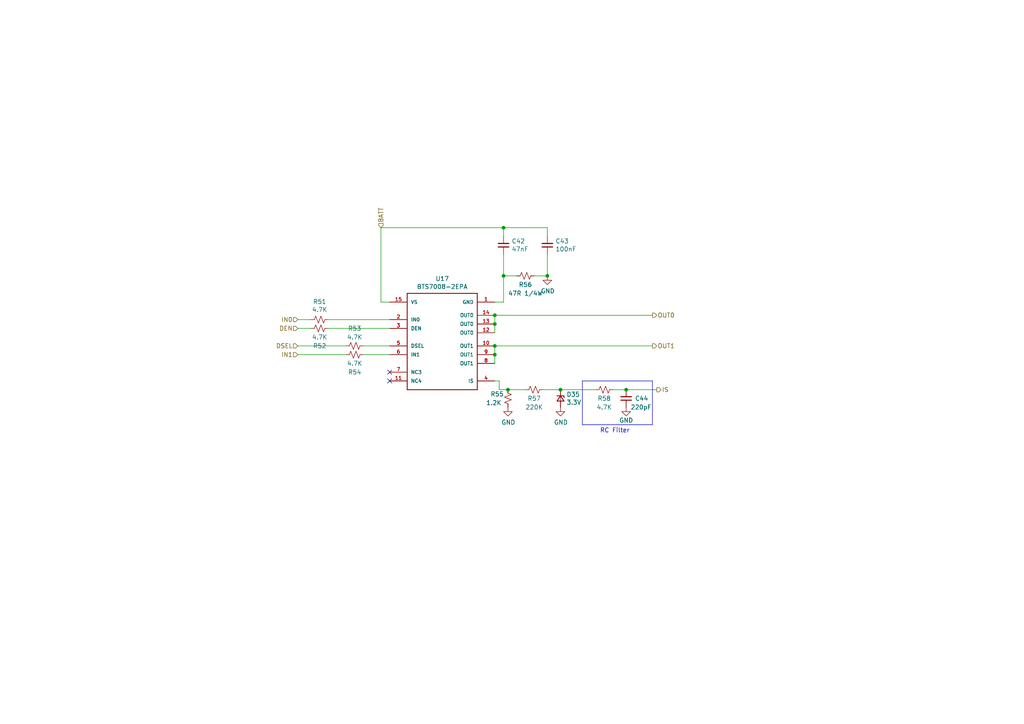
<source format=kicad_sch>
(kicad_sch (version 20230121) (generator eeschema)
  (paper "A4")
  (lib_symbols
    (symbol "Device:C_Small" (pin_numbers hide) (pin_names (offset 0.254) hide)
      (property "Reference" "C" (at 0.254 1.778 0))
      (property "Value" "C_Small" (at 0.254 -2.032 0))
      (symbol "C_Small_0_1"
        (polyline (pts (xy -1.524 -0.508) (xy 1.524 -0.508)) (stroke (width 0.3302)))
        (polyline (pts (xy -1.524 0.508) (xy 1.524 0.508)) (stroke (width 0.3048)))
      )
      (symbol "C_Small_1_1"
        (pin passive line (at 0 2.54 270) (length 2.032) (name "~") (number "1"))
        (pin passive line (at 0 -2.54 90) (length 2.032) (name "~") (number "2"))
      )
    )
    (symbol "Device:D_Zener_Small" (pin_numbers hide) (pin_names (offset 0.254) hide)
      (property "Reference" "D" (at 0 2.286 0))
      (property "Value" "D_Zener_Small" (at 0 -2.286 0))
      (symbol "D_Zener_Small_0_1"
        (polyline (pts (xy 0.762 0) (xy -0.762 0)))
        (polyline (pts (xy -0.254 1.016) (xy -0.762 1.016) (xy -0.762 -1.016)) (stroke (width 0.254)))
        (polyline (pts (xy 0.762 1.016) (xy -0.762 0) (xy 0.762 -1.016) (xy 0.762 1.016)) (stroke (width 0.254)))
      )
      (symbol "D_Zener_Small_1_1"
        (pin passive line (at -2.54 0 0) (length 1.778) (name "K") (number "1"))
        (pin passive line (at 2.54 0 180) (length 1.778) (name "A") (number "2"))
      )
    )
    (symbol "Device:R_Small_US" (pin_numbers hide) (pin_names (offset 0.254) hide)
      (property "Reference" "R" (at 0.762 0.508 0))
      (property "Value" "R_Small_US" (at 0.762 -1.016 0))
      (symbol "R_Small_US_1_1"
        (polyline (pts (xy 0 0) (xy 1.016 -0.381) (xy 0 -0.762) (xy -1.016 -1.143) (xy 0 -1.524)))
        (polyline (pts (xy 0 1.524) (xy 1.016 1.143) (xy 0 0.762) (xy -1.016 0.381) (xy 0 0)))
        (pin passive line (at 0 2.54 270) (length 1.016) (name "~") (number "1"))
        (pin passive line (at 0 -2.54 90) (length 1.016) (name "~") (number "2"))
      )
    )
    (symbol "Profet:BTS7008-2EPA" (pin_names (offset 1.016))
      (property "Reference" "U?" (at 0 0 0))
      (property "Value" "Profet_BTS7008-2EPA" (at 0 -32.0294 0))
      (symbol "BTS7008-2EPA_0_0"
        (polyline (pts (xy 0 -27.94) (xy 0 0)) (stroke (width 0.254)))
        (polyline (pts (xy 0 -27.94) (xy 20.32 -27.94)) (stroke (width 0.254)))
        (polyline (pts (xy 0 0) (xy 20.32 0)) (stroke (width 0.254)))
        (polyline (pts (xy 20.32 0) (xy 20.32 -27.94)) (stroke (width 0.254)))
        (pin power_in line (at 25.4 -2.54 180) (length 5.08) (name "GND") (number "1"))
        (pin output line (at 25.4 -15.24 180) (length 5.08) (name "OUT1") (number "10"))
        (pin passive line (at -5.08 -25.4 0) (length 5.08) (name "NC4") (number "11"))
        (pin output line (at 25.4 -11.43 180) (length 5.08) (name "OUT0") (number "12"))
        (pin output line (at 25.4 -8.89 180) (length 5.08) (name "OUT0") (number "13"))
        (pin output line (at 25.4 -6.35 180) (length 5.08) (name "OUT0") (number "14"))
        (pin power_in line (at -5.08 -2.54 0) (length 5.08) (name "VS") (number "15"))
        (pin input line (at -5.08 -7.62 0) (length 5.08) (name "IN0") (number "2"))
        (pin input line (at -5.08 -10.16 0) (length 5.08) (name "DEN") (number "3"))
        (pin output line (at 25.4 -25.4 180) (length 5.08) (name "IS") (number "4"))
        (pin input line (at -5.08 -15.24 0) (length 5.08) (name "DSEL") (number "5"))
        (pin input line (at -5.08 -17.78 0) (length 5.08) (name "IN1") (number "6"))
        (pin passive line (at -5.08 -22.86 0) (length 5.08) (name "NC3") (number "7"))
        (pin output line (at 25.4 -20.32 180) (length 5.08) (name "OUT1") (number "8"))
        (pin output line (at 25.4 -17.78 180) (length 5.08) (name "OUT1") (number "9"))
      )
    )
    (symbol "power:GND" (power) (pin_names (offset 0))
      (property "Value" "GND" (at 0 -3.81 0))
      (symbol "GND_0_1"
        (polyline (pts (xy 0 0) (xy 0 -1.27) (xy 1.27 -1.27) (xy 0 -2.54) (xy -1.27 -1.27) (xy 0 -1.27)))
      )
      (symbol "GND_1_1"
        (pin power_in line (at 0 0 270) (length 0) hide (name "GND") (number "1"))
      )
    )
  )
  (junction (at 181.61 113.03))
  (junction (at 162.56 113.03))
  (junction (at 143.51 91.44))
  (junction (at 143.51 93.98))
  (junction (at 146.05 80.01))
  (junction (at 147.32 113.03))
  (junction (at 146.05 66.04))
  (junction (at 158.75 80.01))
  (junction (at 143.51 102.87))
  (junction (at 143.51 100.33))
  (no_connect (at 113.03 107.95))
  (no_connect (at 113.03 110.49))
  (wire (pts (xy 146.05 87.63) (xy 146.05 80.01)))
  (polyline (pts (xy 189.23 123.19) (xy 168.91 123.19)))
  (wire (pts (xy 162.56 113.03) (xy 172.72 113.03)))
  (polyline (pts (xy 168.91 123.19) (xy 168.91 110.49)))
  (wire (pts (xy 154.94 80.01) (xy 158.75 80.01)))
  (wire (pts (xy 146.05 66.04) (xy 158.75 66.04)))
  (wire (pts (xy 113.03 100.33) (xy 105.41 100.33)))
  (wire (pts (xy 146.05 66.04) (xy 110.49 66.04)))
  (polyline (pts (xy 168.91 110.49) (xy 189.23 110.49)))
  (wire (pts (xy 181.61 113.03) (xy 190.5 113.03)))
  (wire (pts (xy 113.03 95.25) (xy 95.25 95.25)))
  (wire (pts (xy 110.49 87.63) (xy 113.03 87.63)))
  (wire (pts (xy 143.51 110.49) (xy 144.78 110.49)))
  (wire (pts (xy 143.51 87.63) (xy 146.05 87.63)))
  (wire (pts (xy 113.03 92.71) (xy 95.25 92.71)))
  (wire (pts (xy 143.51 100.33) (xy 143.51 102.87)))
  (wire (pts (xy 146.05 73.66) (xy 146.05 80.01)))
  (wire (pts (xy 146.05 80.01) (xy 149.86 80.01)))
  (wire (pts (xy 86.36 100.33) (xy 100.33 100.33)))
  (wire (pts (xy 86.36 92.71) (xy 90.17 92.71)))
  (wire (pts (xy 143.51 91.44) (xy 143.51 93.98)))
  (wire (pts (xy 189.23 100.33) (xy 143.51 100.33)))
  (wire (pts (xy 86.36 95.25) (xy 90.17 95.25)))
  (wire (pts (xy 147.32 113.03) (xy 152.4 113.03)))
  (wire (pts (xy 158.75 80.01) (xy 158.75 73.66)))
  (wire (pts (xy 144.78 110.49) (xy 144.78 113.03)))
  (polyline (pts (xy 189.23 110.49) (xy 189.23 123.19)))
  (wire (pts (xy 144.78 113.03) (xy 147.32 113.03)))
  (wire (pts (xy 110.49 66.04) (xy 110.49 87.63)))
  (wire (pts (xy 157.48 113.03) (xy 162.56 113.03)))
  (wire (pts (xy 86.36 102.87) (xy 100.33 102.87)))
  (wire (pts (xy 177.8 113.03) (xy 181.61 113.03)))
  (wire (pts (xy 143.51 93.98) (xy 143.51 96.52)))
  (wire (pts (xy 105.41 102.87) (xy 113.03 102.87)))
  (wire (pts (xy 189.23 91.44) (xy 143.51 91.44)))
  (wire (pts (xy 146.05 68.58) (xy 146.05 66.04)))
  (wire (pts (xy 143.51 102.87) (xy 143.51 105.41)))
  (wire (pts (xy 158.75 66.04) (xy 158.75 68.58)))
  (text "RC Filter" (at 173.99 125.73 0) (effects (font (size 1.27 1.27)) (justify left bottom)))
  (hierarchical_label "IN1" (shape input) (at 86.36 102.87 180))
  (hierarchical_label "OUT1" (shape output) (at 189.23 100.33 0))
  (hierarchical_label "DEN" (shape input) (at 86.36 95.25 180))
  (hierarchical_label "IN0" (shape input) (at 86.36 92.71 180))
  (hierarchical_label "OUT0" (shape output) (at 189.23 91.44 0))
  (hierarchical_label "BATT" (shape input) (at 110.49 66.04 90))
  (hierarchical_label "IS" (shape output) (at 190.5 113.03 0))
  (hierarchical_label "DSEL" (shape input) (at 86.36 100.33 180))
  (symbol (lib_id "Profet:BTS7008-2EPA") (at 118.11 85.09 0) (unit 1)
    (property "Reference" "U17" (at 128.27 80.8482 0))
    (property "Value" "BTS7008-2EPA" (at 128.27 83.1596 0))
    (property "Footprint" "Profet:TDSO-14" (effects hide))
    (property "Digi-Key_PN" "BTS70082EPAXUMA1CT-ND" (effects hide))
    (instances (project "DingoPDM" (path "" (reference "U17") (unit 1)) (path "" (reference "U22") (unit 1)) (path "" (reference "U23") (unit 1)) (path "" (reference "U24") (unit 1))))
  )
  (symbol (lib_id "Device:R_Small_US") (at 92.71 92.71 270) (unit 1)
    (property "Reference" "R51" (at 92.71 87.503 90))
    (property "Value" "4.7K" (at 92.71 89.8144 90))
    (property "Footprint" "Resistor_SMD:R_0805_2012Metric" (effects hide))
    (property "Digi-Key_PN" "311-4.70KCRCT-ND" (effects hide))
    (instances (project "DingoPDM" (path "" (reference "R51") (unit 1)) (path "" (reference "R83") (unit 1)) (path "" (reference "R91") (unit 1)) (path "" (reference "R99") (unit 1))))
  )
  (symbol (lib_id "Device:R_Small_US") (at 92.71 95.25 270) (unit 1)
    (property "Reference" "R52" (at 92.71 100.33 90))
    (property "Value" "4.7K" (at 92.71 97.79 90))
    (property "Footprint" "Resistor_SMD:R_0805_2012Metric" (effects hide))
    (property "Digi-Key_PN" "311-4.70KCRCT-ND" (effects hide))
    (instances (project "DingoPDM" (path "" (reference "R52") (unit 1)) (path "" (reference "R84") (unit 1)) (path "" (reference "R92") (unit 1)) (path "" (reference "R100") (unit 1))))
  )
  (symbol (lib_id "Device:C_Small") (at 158.75 71.12 180) (unit 1)
    (property "Reference" "C43" (at 161.0868 69.9516 0) (effects (justify right)))
    (property "Value" "100nF" (at 161.0868 72.263 0) (effects (justify right)))
    (property "Footprint" "Capacitor_SMD:C_0805_2012Metric" (effects hide))
    (property "Digi-Key_PN" "478-1395-1-ND" (effects hide))
    (instances (project "DingoPDM" (path "" (reference "C43") (unit 1)) (path "" (reference "C62") (unit 1)) (path "" (reference "C65") (unit 1)) (path "" (reference "C68") (unit 1))))
  )
  (symbol (lib_id "Device:C_Small") (at 146.05 71.12 180) (unit 1)
    (property "Reference" "C42" (at 148.3868 69.9516 0) (effects (justify right)))
    (property "Value" "47nF" (at 148.3868 72.263 0) (effects (justify right)))
    (property "Footprint" "Capacitor_SMD:C_0805_2012Metric" (effects hide))
    (property "Digi-Key_PN" "399-1166-1-ND" (effects hide))
    (instances (project "DingoPDM" (path "" (reference "C42") (unit 1)) (path "" (reference "C61") (unit 1)) (path "" (reference "C64") (unit 1)) (path "" (reference "C67") (unit 1))))
  )
  (symbol (lib_id "Device:R_Small_US") (at 152.4 80.01 270) (unit 1)
    (property "Reference" "R56" (at 152.4 82.55 90))
    (property "Value" "47R 1/4W" (at 152.4 85.09 90))
    (property "Footprint" "Resistor_SMD:R_1206_3216Metric" (effects hide))
    (property "Digi-Key_PN" "311-47.0FRCT-ND" (effects hide))
    (instances (project "DingoPDM" (path "" (reference "R56") (unit 1)) (path "" (reference "R88") (unit 1)) (path "" (reference "R96") (unit 1)) (path "" (reference "R104") (unit 1))))
  )
  (symbol (lib_id "power:GND") (at 158.75 80.01 0) (unit 1)
    (property "Reference" "#PWR0138" (effects hide))
    (property "Value" "GND" (at 158.877 84.4042 0))
    (instances (project "DingoPDM" (path "" (reference "#PWR0138") (unit 1)) (path "" (reference "#PWR0166") (unit 1)) (path "" (reference "#PWR0170") (unit 1)) (path "" (reference "#PWR0174") (unit 1))))
  )
  (symbol (lib_id "Device:R_Small_US") (at 175.26 113.03 270) (unit 1)
    (property "Reference" "R58" (at 175.26 115.57 90))
    (property "Value" "4.7K" (at 175.26 118.11 90))
    (property "Footprint" "Resistor_SMD:R_0805_2012Metric" (effects hide))
    (property "Digi-Key_PN" "311-4.70KCRCT-ND" (effects hide))
    (instances (project "DingoPDM" (path "" (reference "R58") (unit 1)) (path "" (reference "R90") (unit 1)) (path "" (reference "R98") (unit 1)) (path "" (reference "R106") (unit 1))))
  )
  (symbol (lib_id "Device:C_Small") (at 181.61 115.57 180) (unit 1)
    (property "Reference" "C44" (at 184.15 115.57 0) (effects (justify right)))
    (property "Value" "220pF" (at 182.88 118.11 0) (effects (justify right)))
    (property "Footprint" "Capacitor_SMD:C_0805_2012Metric" (effects hide))
    (property "Digi-Key_PN" "399-1138-1-ND" (effects hide))
    (instances (project "DingoPDM" (path "" (reference "C44") (unit 1)) (path "" (reference "C63") (unit 1)) (path "" (reference "C66") (unit 1)) (path "" (reference "C69") (unit 1))))
  )
  (symbol (lib_id "Device:R_Small_US") (at 147.32 115.57 0) (unit 1)
    (property "Reference" "R55" (at 142.24 114.3 0) (effects (justify left)))
    (property "Value" "1.2K" (at 140.97 116.84 0) (effects (justify left)))
    (property "Footprint" "Resistor_SMD:R_0805_2012Metric" (effects hide))
    (property "Digi-Key_PN" "311-1.20KCRCT-ND" (effects hide))
    (instances (project "DingoPDM" (path "" (reference "R55") (unit 1)) (path "" (reference "R87") (unit 1)) (path "" (reference "R95") (unit 1)) (path "" (reference "R103") (unit 1))))
  )
  (symbol (lib_id "Device:R_Small_US") (at 154.94 113.03 270) (unit 1)
    (property "Reference" "R57" (at 154.94 115.57 90))
    (property "Value" "220K" (at 154.94 118.11 90))
    (property "Footprint" "Resistor_SMD:R_0805_2012Metric" (effects hide))
    (property "Digi-Key_PN" "311-220KARCT-ND" (effects hide))
    (instances (project "DingoPDM" (path "" (reference "R57") (unit 1)) (path "" (reference "R89") (unit 1)) (path "" (reference "R97") (unit 1)) (path "" (reference "R105") (unit 1))))
  )
  (symbol (lib_id "Device:D_Zener_Small") (at 162.56 115.57 270) (unit 1)
    (property "Reference" "D35" (at 164.2872 114.4016 90) (effects (justify left)))
    (property "Value" "3.3V" (at 164.2872 116.713 90) (effects (justify left)))
    (property "Footprint" "Diode_SMD:D_SOD-323_HandSoldering" (effects hide))
    (property "Digi-Key_PN" "SZMMSZ4684T1GOSCT-ND" (effects hide))
    (instances (project "DingoPDM" (path "" (reference "D35") (unit 1)) (path "" (reference "D44") (unit 1)) (path "" (reference "D45") (unit 1)) (path "" (reference "D46") (unit 1))))
  )
  (symbol (lib_id "power:GND") (at 147.32 118.11 0) (unit 1)
    (property "Reference" "#PWR0137" (effects hide))
    (property "Value" "GND" (at 147.447 122.5042 0))
    (instances (project "DingoPDM" (path "" (reference "#PWR0137") (unit 1)) (path "" (reference "#PWR0165") (unit 1)) (path "" (reference "#PWR0169") (unit 1)) (path "" (reference "#PWR0173") (unit 1))))
  )
  (symbol (lib_id "power:GND") (at 162.56 118.11 0) (unit 1)
    (property "Reference" "#PWR0139" (effects hide))
    (property "Value" "GND" (at 162.687 122.5042 0))
    (instances (project "DingoPDM" (path "" (reference "#PWR0139") (unit 1)) (path "" (reference "#PWR0167") (unit 1)) (path "" (reference "#PWR0171") (unit 1)) (path "" (reference "#PWR0175") (unit 1))))
  )
  (symbol (lib_id "power:GND") (at 181.61 118.11 0) (unit 1)
    (property "Reference" "#PWR0140" (effects hide))
    (property "Value" "GND" (at 181.61 121.92 0))
    (instances (project "DingoPDM" (path "" (reference "#PWR0140") (unit 1)) (path "" (reference "#PWR0168") (unit 1)) (path "" (reference "#PWR0172") (unit 1)) (path "" (reference "#PWR0176") (unit 1))))
  )
  (symbol (lib_id "Device:R_Small_US") (at 102.87 100.33 90) (unit 1)
    (property "Reference" "R53" (at 102.87 95.25 90))
    (property "Value" "4.7K" (at 102.87 97.79 90))
    (property "Footprint" "Resistor_SMD:R_0805_2012Metric" (effects hide))
    (property "Digi-Key_PN" "311-4.70KCRCT-ND" (effects hide))
    (instances (project "DingoPDM" (path "" (reference "R53") (unit 1)) (path "" (reference "R85") (unit 1)) (path "" (reference "R93") (unit 1)) (path "" (reference "R101") (unit 1))))
  )
  (symbol (lib_id "Device:R_Small_US") (at 102.87 102.87 270) (unit 1)
    (property "Reference" "R54" (at 102.87 107.95 90))
    (property "Value" "4.7K" (at 102.87 105.41 90))
    (property "Footprint" "Resistor_SMD:R_0805_2012Metric" (effects hide))
    (property "Digi-Key_PN" "311-4.70KCRCT-ND" (effects hide))
    (instances (project "DingoPDM" (path "" (reference "R54") (unit 1)) (path "" (reference "R86") (unit 1)) (path "" (reference "R94") (unit 1)) (path "" (reference "R102") (unit 1))))
  )
)
</source>
